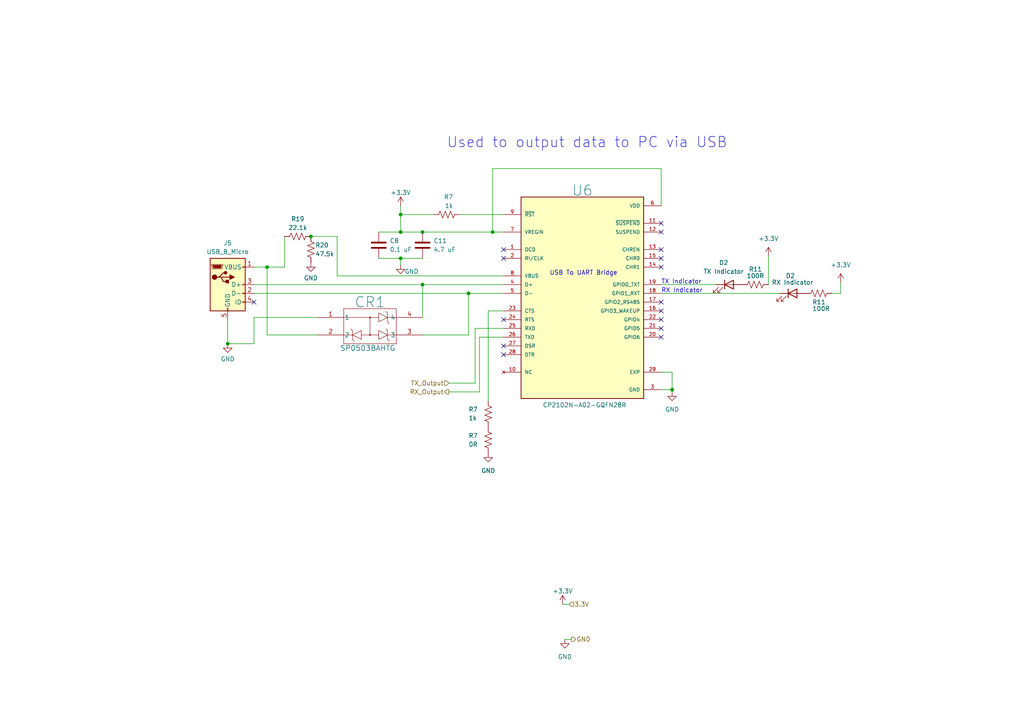
<source format=kicad_sch>
(kicad_sch (version 20230121) (generator eeschema)
  (paper "A4")
  (title_block (title "Smart Pot") (date "2023-10-29") (rev "0.1") (company "blame- satomm@stanford.edu") (comment 1 "Stanford, CA 94305-9505") (comment 2 "350 Jane Stanford Way") (comment 3 "Electrical Engineering Department") (comment 4 "EE 256 / Stanford University"))
  (lib_symbols
    (symbol "Connector:USB_B_Micro" (pin_names (offset 1.016))
      (property "Reference" "J5" (at 0 12.065 0))
      (property "Value" "USB_B_Micro" (at 0 9.525 0))
      (symbol "USB_B_Micro_0_1"
        (rectangle (start -5.08 -7.62) (end 5.08 7.62) (stroke (width 0.254)) (fill (type background)))
        (circle (center -3.81 2.159) (radius 0.635) (stroke (width 0.254)) (fill (type outline)))
        (circle (center -0.635 3.429) (radius 0.381) (stroke (width 0.254)) (fill (type outline)))
        (rectangle (start -0.127 -7.62) (end 0.127 -6.858))
        (polyline (pts (xy -1.905 2.159) (xy 0.635 2.159)) (stroke (width 0.254)))
        (polyline (pts (xy -3.175 2.159) (xy -2.54 2.159) (xy -1.27 3.429) (xy -0.635 3.429)) (stroke (width 0.254)))
        (polyline (pts (xy -2.54 2.159) (xy -1.905 2.159) (xy -1.27 0.889) (xy 0 0.889)) (stroke (width 0.254)))
        (polyline (pts (xy 0.635 2.794) (xy 0.635 1.524) (xy 1.905 2.159) (xy 0.635 2.794)) (stroke (width 0.254)) (fill (type outline)))
        (polyline (pts (xy -4.318 5.588) (xy -1.778 5.588) (xy -2.032 4.826) (xy -4.064 4.826) (xy -4.318 5.588)) (fill (type outline)))
        (polyline (pts (xy -4.699 5.842) (xy -4.699 5.588) (xy -4.445 4.826) (xy -4.445 4.572) (xy -1.651 4.572) (xy -1.651 4.826) (xy -1.397 5.588) (xy -1.397 5.842) (xy -4.699 5.842)))
        (rectangle (start 0.254 1.27) (end -0.508 0.508) (stroke (width 0.254)) (fill (type outline)))
        (rectangle (start 5.08 -5.207) (end 4.318 -4.953))
        (rectangle (start 5.08 -2.667) (end 4.318 -2.413))
        (rectangle (start 5.08 -0.127) (end 4.318 0.127))
        (rectangle (start 5.08 4.953) (end 4.318 5.207))
      )
      (symbol "USB_B_Micro_1_1"
        (pin power_out line (at 7.62 5.08 180) (length 2.54) (name "VBUS") (number "1"))
        (pin bidirectional line (at 7.62 -2.54 180) (length 2.54) (name "D-") (number "2"))
        (pin bidirectional line (at 7.62 0 180) (length 2.54) (name "D+") (number "3"))
        (pin passive line (at 7.62 -5.08 180) (length 2.54) (name "ID") (number "4"))
        (pin passive line (at 0 -10.16 90) (length 2.54) (name "GND") (number "5"))
      )
    )
    (symbol "Device:C" (pin_numbers hide) (pin_names (offset 0.254))
      (property "Reference" "C" (at 0.635 2.54 0))
      (property "Value" "C" (at 0.635 -2.54 0))
      (symbol "C_0_1"
        (polyline (pts (xy -2.032 -0.762) (xy 2.032 -0.762)) (stroke (width 0.508)))
        (polyline (pts (xy -2.032 0.762) (xy 2.032 0.762)) (stroke (width 0.508)))
      )
      (symbol "C_1_1"
        (pin passive line (at 0 3.81 270) (length 2.794) (name "~") (number "1"))
        (pin passive line (at 0 -3.81 90) (length 2.794) (name "~") (number "2"))
      )
    )
    (symbol "Device:LED" (pin_numbers hide) (pin_names (offset 1.016) hide)
      (property "Reference" "D" (at 0 2.54 0))
      (property "Value" "LED" (at 0 -2.54 0))
      (symbol "LED_0_1"
        (polyline (pts (xy -1.27 -1.27) (xy -1.27 1.27)) (stroke (width 0.254)))
        (polyline (pts (xy -1.27 0) (xy 1.27 0)))
        (polyline (pts (xy 1.27 -1.27) (xy 1.27 1.27) (xy -1.27 0) (xy 1.27 -1.27)) (stroke (width 0.254)))
        (polyline (pts (xy -3.048 -0.762) (xy -4.572 -2.286) (xy -3.81 -2.286) (xy -4.572 -2.286) (xy -4.572 -1.524)))
        (polyline (pts (xy -1.778 -0.762) (xy -3.302 -2.286) (xy -2.54 -2.286) (xy -3.302 -2.286) (xy -3.302 -1.524)))
      )
      (symbol "LED_1_1"
        (pin passive line (at -3.81 0 0) (length 2.54) (name "K") (number "1"))
        (pin passive line (at 3.81 0 180) (length 2.54) (name "A") (number "2"))
      )
    )
    (symbol "Device:R_US" (pin_numbers hide) (pin_names (offset 0))
      (property "Reference" "R" (at 2.54 0 90))
      (property "Value" "R_US" (at -2.54 0 90))
      (symbol "R_US_0_1"
        (polyline (pts (xy 0 -2.286) (xy 0 -2.54)))
        (polyline (pts (xy 0 2.286) (xy 0 2.54)))
        (polyline (pts (xy 0 -0.762) (xy 1.016 -1.143) (xy 0 -1.524) (xy -1.016 -1.905) (xy 0 -2.286)))
        (polyline (pts (xy 0 0.762) (xy 1.016 0.381) (xy 0 0) (xy -1.016 -0.381) (xy 0 -0.762)))
        (polyline (pts (xy 0 2.286) (xy 1.016 1.905) (xy 0 1.524) (xy -1.016 1.143) (xy 0 0.762)))
      )
      (symbol "R_US_1_1"
        (pin passive line (at 0 3.81 270) (length 1.27) (name "~") (number "1"))
        (pin passive line (at 0 -3.81 90) (length 1.27) (name "~") (number "2"))
      )
    )
    (symbol "Matts_Library:CP2102N-A02-GQFN28R" (pin_names (offset 1.016))
      (property "Reference" "U" (at -17.78 28.702 0))
      (property "Value" "CP2102N-A02-GQFN28R" (at -17.78 -33.02 0))
      (symbol "CP2102N-A02-GQFN28R_0_0"
        (rectangle (start -17.78 -30.48) (end 17.78 27.94) (stroke (width 0.254)) (fill (type background)))
        (pin input line (at -22.86 12.7 0) (length 5.08) (name "DCD") (number "1"))
        (pin no_connect line (at -22.86 -22.86 0) (length 5.08) (name "NC") (number "10"))
        (pin output line (at 22.86 20.32 180) (length 5.08) (name "~{SUSPEND}") (number "11"))
        (pin output line (at 22.86 17.78 180) (length 5.08) (name "SUSPEND") (number "12"))
        (pin output line (at 22.86 12.7 180) (length 5.08) (name "CHREN") (number "13"))
        (pin output line (at 22.86 7.62 180) (length 5.08) (name "CHR1") (number "14"))
        (pin output line (at 22.86 10.16 180) (length 5.08) (name "CHR0") (number "15"))
        (pin bidirectional line (at 22.86 -5.08 180) (length 5.08) (name "GPIO3_WAKEUP") (number "16"))
        (pin bidirectional line (at 22.86 -2.54 180) (length 5.08) (name "GPIO2_RS485") (number "17"))
        (pin bidirectional line (at 22.86 0 180) (length 5.08) (name "GPIO1_RXT") (number "18"))
        (pin bidirectional line (at 22.86 2.54 180) (length 5.08) (name "GPIO0_TXT") (number "19"))
        (pin bidirectional line (at -22.86 10.16 0) (length 5.08) (name "RI/CLK") (number "2"))
        (pin bidirectional line (at 22.86 -12.7 180) (length 5.08) (name "GPIO6") (number "20"))
        (pin bidirectional line (at 22.86 -10.16 180) (length 5.08) (name "GPIO5") (number "21"))
        (pin bidirectional line (at 22.86 -7.62 180) (length 5.08) (name "GPIO4") (number "22"))
        (pin input line (at -22.86 -5.08 0) (length 5.08) (name "CTS") (number "23"))
        (pin output line (at -22.86 -7.62 0) (length 5.08) (name "RTS") (number "24"))
        (pin input line (at -22.86 -10.16 0) (length 5.08) (name "RXD") (number "25"))
        (pin output line (at -22.86 -12.7 0) (length 5.08) (name "TXD") (number "26"))
        (pin input line (at -22.86 -15.24 0) (length 5.08) (name "DSR") (number "27"))
        (pin output line (at -22.86 -17.78 0) (length 5.08) (name "DTR") (number "28"))
        (pin power_in line (at 22.86 -22.86 180) (length 5.08) (name "EXP") (number "29"))
        (pin power_in line (at 22.86 -27.94 180) (length 5.08) (name "GND") (number "3"))
        (pin bidirectional line (at -22.86 2.54 0) (length 5.08) (name "D+") (number "4"))
        (pin bidirectional line (at -22.86 0 0) (length 5.08) (name "D-") (number "5"))
        (pin power_in line (at 22.86 25.4 180) (length 5.08) (name "VDD") (number "6"))
        (pin input line (at -22.86 17.78 0) (length 5.08) (name "VREGIN") (number "7"))
        (pin input line (at -22.86 5.08 0) (length 5.08) (name "VBUS") (number "8"))
        (pin input line (at -22.86 22.86 0) (length 5.08) (name "~{RST}") (number "9"))
      )
    )
    (symbol "Matts_Library:SP0503BAHTG" (pin_names (offset 0.254))
      (property "Reference" "CR" (at 15.24 7.62 0))
      (property "Value" "SP0503BAHTG" (at 15.24 5.08 0))
      (symbol "SP0503BAHTG_0_1"
        (polyline (pts (xy 7.62 -7.62) (xy 22.86 -7.62)) (stroke (width 0.127)))
        (polyline (pts (xy 7.62 -5.08) (xy 10.16 -5.08)) (stroke (width 0.127)))
        (polyline (pts (xy 7.62 0) (xy 17.78 0)) (stroke (width 0.127)))
        (polyline (pts (xy 7.62 2.54) (xy 7.62 -7.62)) (stroke (width 0.127)))
        (polyline (pts (xy 10.16 -6.35) (xy 10.668 -6.858)) (stroke (width 0.127)))
        (polyline (pts (xy 10.16 -5.08) (xy 12.7 -3.81)) (stroke (width 0.127)))
        (polyline (pts (xy 10.16 -3.81) (xy 9.652 -3.302)) (stroke (width 0.127)))
        (polyline (pts (xy 10.16 -3.81) (xy 10.16 -6.35)) (stroke (width 0.127)))
        (polyline (pts (xy 12.7 -6.35) (xy 10.16 -5.08)) (stroke (width 0.127)))
        (polyline (pts (xy 12.7 -5.08) (xy 17.78 -5.08)) (stroke (width 0.127)))
        (polyline (pts (xy 12.7 -3.81) (xy 12.7 -6.35)) (stroke (width 0.127)))
        (polyline (pts (xy 15.24 0) (xy 15.24 -5.08)) (stroke (width 0.127)))
        (polyline (pts (xy 17.78 -6.35) (xy 20.32 -5.08)) (stroke (width 0.127)))
        (polyline (pts (xy 17.78 -3.81) (xy 17.78 -6.35)) (stroke (width 0.127)))
        (polyline (pts (xy 17.78 -1.27) (xy 20.32 0)) (stroke (width 0.127)))
        (polyline (pts (xy 17.78 1.27) (xy 17.78 -1.27)) (stroke (width 0.127)))
        (polyline (pts (xy 20.32 -6.35) (xy 20.828 -6.858)) (stroke (width 0.127)))
        (polyline (pts (xy 20.32 -5.08) (xy 17.78 -3.81)) (stroke (width 0.127)))
        (polyline (pts (xy 20.32 -3.81) (xy 19.812 -3.302)) (stroke (width 0.127)))
        (polyline (pts (xy 20.32 -3.81) (xy 20.32 -6.35)) (stroke (width 0.127)))
        (polyline (pts (xy 20.32 -1.27) (xy 20.828 -1.778)) (stroke (width 0.127)))
        (polyline (pts (xy 20.32 0) (xy 17.78 1.27)) (stroke (width 0.127)))
        (polyline (pts (xy 20.32 0) (xy 22.86 0)) (stroke (width 0.127)))
        (polyline (pts (xy 20.32 1.27) (xy 19.812 1.778)) (stroke (width 0.127)))
        (polyline (pts (xy 20.32 1.27) (xy 20.32 -1.27)) (stroke (width 0.127)))
        (polyline (pts (xy 22.86 -7.62) (xy 22.86 2.54)) (stroke (width 0.127)))
        (polyline (pts (xy 22.86 -5.08) (xy 20.32 -5.08)) (stroke (width 0.127)))
        (polyline (pts (xy 22.86 2.54) (xy 7.62 2.54)) (stroke (width 0.127)))
        (circle (center 15.24 -5.08) (radius 0.127) (stroke (width 0.254)))
        (circle (center 15.24 0) (radius 0.127) (stroke (width 0.254)))
      )
      (symbol "SP0503BAHTG_1_1"
        (pin passive line (at 0 0 0) (length 7.62) (name "1") (number "1"))
        (pin passive line (at 0 -5.08 0) (length 7.62) (name "2") (number "2"))
        (pin passive line (at 30.48 -5.08 180) (length 7.62) (name "3") (number "3"))
        (pin passive line (at 30.48 0 180) (length 7.62) (name "4") (number "4"))
      )
    )
    (symbol "power:+3.3V" (power) (pin_names (offset 0))
      (property "Value" "+3.3V" (at 0 3.556 0))
      (symbol "+3.3V_0_1"
        (polyline (pts (xy -0.762 1.27) (xy 0 2.54)))
        (polyline (pts (xy 0 0) (xy 0 2.54)))
        (polyline (pts (xy 0 2.54) (xy 0.762 1.27)))
      )
      (symbol "+3.3V_1_1"
        (pin power_in line (at 0 0 90) (length 0) hide (name "+3.3V") (number "1"))
      )
    )
    (symbol "power:GND" (power) (pin_names (offset 0))
      (property "Value" "GND" (at 0 -3.81 0))
      (symbol "GND_0_1"
        (polyline (pts (xy 0 0) (xy 0 -1.27) (xy 1.27 -1.27) (xy 0 -2.54) (xy -1.27 -1.27) (xy 0 -1.27)))
      )
      (symbol "GND_1_1"
        (pin power_in line (at 0 0 270) (length 0) hide (name "GND") (number "1"))
      )
    )
  )
  (junction (at 122.555 67.31))
  (junction (at 122.555 82.55))
  (junction (at 90.17 68.58))
  (junction (at 116.205 67.31))
  (junction (at 116.205 62.23))
  (junction (at 135.89 85.09))
  (junction (at 194.945 113.03))
  (junction (at 116.205 74.93))
  (junction (at 66.04 99.695))
  (junction (at 77.47 77.47))
  (junction (at 142.875 67.31))
  (no_connect (at 146.05 102.87))
  (no_connect (at 191.77 97.79))
  (no_connect (at 146.05 72.39))
  (no_connect (at 191.77 87.63))
  (no_connect (at 191.77 72.39))
  (no_connect (at 191.77 95.25))
  (no_connect (at 191.77 92.71))
  (no_connect (at 191.77 77.47))
  (no_connect (at 146.05 92.71))
  (no_connect (at 191.77 64.77))
  (no_connect (at 191.77 90.17))
  (no_connect (at 191.77 74.93))
  (no_connect (at 191.77 67.31))
  (no_connect (at 146.05 74.93))
  (no_connect (at 73.66 87.63))
  (no_connect (at 146.05 100.33))
  (wire (pts (xy 194.945 107.95) (xy 194.945 113.03)))
  (wire (pts (xy 73.66 77.47) (xy 77.47 77.47)))
  (wire (pts (xy 133.35 62.23) (xy 146.05 62.23)))
  (wire (pts (xy 82.55 77.47) (xy 82.55 68.58)))
  (wire (pts (xy 116.205 62.23) (xy 116.205 67.31)))
  (wire (pts (xy 241.3 85.09) (xy 243.84 85.09)))
  (wire (pts (xy 191.77 48.895) (xy 142.875 48.895)))
  (wire (pts (xy 109.855 74.93) (xy 116.205 74.93)))
  (wire (pts (xy 97.79 80.01) (xy 97.79 68.58)))
  (wire (pts (xy 116.205 67.31) (xy 122.555 67.31)))
  (wire (pts (xy 116.205 76.835) (xy 116.205 74.93)))
  (wire (pts (xy 163.83 185.42) (xy 165.735 185.42)))
  (wire (pts (xy 116.205 59.69) (xy 116.205 62.23)))
  (wire (pts (xy 66.04 92.71) (xy 66.04 99.695)))
  (wire (pts (xy 191.77 82.55) (xy 207.645 82.55)))
  (wire (pts (xy 146.05 97.79) (xy 139.065 97.79)))
  (wire (pts (xy 139.065 97.79) (xy 139.065 113.665)))
  (wire (pts (xy 122.555 67.31) (xy 142.875 67.31)))
  (wire (pts (xy 163.195 175.26) (xy 165.1 175.26)))
  (wire (pts (xy 77.47 97.155) (xy 77.47 77.47)))
  (wire (pts (xy 191.77 59.69) (xy 191.77 48.895)))
  (wire (pts (xy 66.04 99.695) (xy 73.66 99.695)))
  (wire (pts (xy 116.205 74.93) (xy 122.555 74.93)))
  (wire (pts (xy 130.175 111.125) (xy 137.795 111.125)))
  (wire (pts (xy 73.66 85.09) (xy 135.89 85.09)))
  (wire (pts (xy 191.77 85.09) (xy 226.06 85.09)))
  (wire (pts (xy 116.205 62.23) (xy 125.73 62.23)))
  (wire (pts (xy 109.855 67.31) (xy 116.205 67.31)))
  (wire (pts (xy 73.66 82.55) (xy 122.555 82.55)))
  (wire (pts (xy 77.47 97.155) (xy 92.075 97.155)))
  (wire (pts (xy 122.555 97.155) (xy 135.89 97.155)))
  (wire (pts (xy 137.795 111.125) (xy 137.795 95.25)))
  (wire (pts (xy 146.05 90.17) (xy 141.605 90.17)))
  (wire (pts (xy 135.89 85.09) (xy 146.05 85.09)))
  (wire (pts (xy 243.84 85.09) (xy 243.84 81.915)))
  (wire (pts (xy 77.47 77.47) (xy 82.55 77.47)))
  (wire (pts (xy 97.79 68.58) (xy 90.17 68.58)))
  (wire (pts (xy 191.77 113.03) (xy 194.945 113.03)))
  (wire (pts (xy 141.605 90.17) (xy 141.605 116.205)))
  (wire (pts (xy 191.77 107.95) (xy 194.945 107.95)))
  (wire (pts (xy 122.555 82.55) (xy 122.555 92.075)))
  (wire (pts (xy 222.885 74.295) (xy 222.885 82.55)))
  (wire (pts (xy 142.875 67.31) (xy 146.05 67.31)))
  (wire (pts (xy 142.875 48.895) (xy 142.875 67.31)))
  (wire (pts (xy 73.66 92.075) (xy 92.075 92.075)))
  (wire (pts (xy 122.555 82.55) (xy 146.05 82.55)))
  (wire (pts (xy 73.66 92.075) (xy 73.66 99.695)))
  (wire (pts (xy 146.05 80.01) (xy 97.79 80.01)))
  (wire (pts (xy 135.89 85.09) (xy 135.89 97.155)))
  (wire (pts (xy 194.945 113.03) (xy 194.945 113.665)))
  (wire (pts (xy 137.795 95.25) (xy 146.05 95.25)))
  (wire (pts (xy 139.065 113.665) (xy 130.175 113.665)))
  (text "RX Indicator" (at 191.77 85.09 0) (effects (font (size 1.27 1.27)) (justify left bottom)))
  (text "TX Indicator" (at 191.77 82.55 0) (effects (font (size 1.27 1.27)) (justify left bottom)))
  (text "USB To UART Bridge" (at 159.385 80.01 0) (effects (font (size 1.27 1.27)) (justify left bottom)))
  (text "Used to output data to PC via USB" (at 129.54 43.18 0) (effects (font (size 3 3)) (justify left bottom)))
  (hierarchical_label "3.3V" (shape input) (at 165.1 175.26 0))
  (hierarchical_label "RX_Output" (shape output) (at 130.175 113.665 180))
  (hierarchical_label "GND" (shape output) (at 165.735 185.42 0))
  (hierarchical_label "TX_Output" (shape input) (at 130.175 111.125 180))
  (symbol (lib_id "power:GND") (at 90.17 76.2 0) (unit 1)
    (property "Reference" "#PWR018" (effects hide))
    (property "Value" "GND" (at 90.17 80.645 0))
    (instances (project "Deliverable4_schematics" (path "" (reference "#PWR018") (unit 1)) (path "" (reference "#PWR065") (unit 1))))
  )
  (symbol (lib_id "power:GND") (at 141.605 131.445 0) (unit 1)
    (property "Reference" "#PWR05" (effects hide))
    (property "Value" "GND" (at 141.605 136.525 0))
    (instances (project "Deliverable4_schematics" (path "" (reference "#PWR05") (unit 1)) (path "" (reference "#PWR07") (unit 1)) (path "" (reference "#PWR068") (unit 1))))
  )
  (symbol (lib_id "Device:LED") (at 229.87 85.09 0) (unit 1)
    (property "Reference" "D2" (at 229.235 80.01 0))
    (property "Value" "RX Indicator" (at 229.87 81.915 0))
    (property "Footprint" "LED_SMD:LED_0805_2012Metric_Pad1.15x1.40mm_HandSolder" (effects hide))
    (property "Datasheet" "https://www.we-online.com/katalog/datasheet/150080RS75000.pdf" (effects hide))
    (property "Description" "LED RED CLEAR 0805 SMD" (effects hide))
    (property "Mfr" "Würth Elektronik" (effects hide))
    (property "Mfr P/N" "150080RS75000" (effects hide))
    (property "Supplier 1" "DigiKey" (effects hide))
    (property "Supplier 1 P/N" "732-4984-1-ND" (effects hide))
    (instances (project "Deliverable4_schematics" (path "" (reference "D2") (unit 1)) (path "" (reference "D4") (unit 1)) (path "" (reference "D5") (unit 1))))
  )
  (symbol (lib_id "Device:R_US") (at 141.605 120.015 0) (unit 1)
    (property "Reference" "R7" (at 135.89 118.745 0) (effects (justify left)))
    (property "Value" "1k" (at 135.89 121.285 0) (effects (justify left)))
    (property "Footprint" "Resistor_SMD:R_0805_2012Metric_Pad1.20x1.40mm_HandSolder" (effects hide))
    (property "Datasheet" "https://www.seielect.com/catalog/sei-rmcf_rmcp.pdf" (effects hide))
    (property "Description" "RES 1K OHM 1% 1/8W 0805" (effects hide))
    (property "Mfr" "Stackpole Electronics Inc" (effects hide))
    (property "Mfr P/N" "RMCF0805FT1K00" (effects hide))
    (property "Supplier 1" "DigiKey" (effects hide))
    (property "Supplier 1 P/N" "RMCF0805FT1K00CT-ND" (effects hide))
    (instances (project "Deliverable4_schematics" (path "" (reference "R7") (unit 1)) (path "" (reference "R19") (unit 1)) (path "" (reference "R22") (unit 1))))
  )
  (symbol (lib_id "Device:R_US") (at 129.54 62.23 90) (unit 1)
    (property "Reference" "R7" (at 131.445 57.15 90) (effects (justify left)))
    (property "Value" "1k" (at 131.445 59.69 90) (effects (justify left)))
    (property "Footprint" "Resistor_SMD:R_0805_2012Metric_Pad1.20x1.40mm_HandSolder" (effects hide))
    (property "Datasheet" "https://www.seielect.com/catalog/sei-rmcf_rmcp.pdf" (effects hide))
    (property "Description" "RES 1K OHM 1% 1/8W 0805" (effects hide))
    (property "Mfr" "Stackpole Electronics Inc" (effects hide))
    (property "Mfr P/N" "RMCF0805FT1K00" (effects hide))
    (property "Supplier 1" "DigiKey" (effects hide))
    (property "Supplier 1 P/N" "RMCF0805FT1K00CT-ND" (effects hide))
    (instances (project "Deliverable4_schematics" (path "" (reference "R7") (unit 1)) (path "" (reference "R19") (unit 1)) (path "" (reference "R21") (unit 1))))
  )
  (symbol (lib_id "Device:C") (at 109.855 71.12 0) (unit 1)
    (property "Reference" "C8" (at 113.03 69.85 0) (effects (justify left)))
    (property "Value" "0.1 uF" (at 113.03 72.39 0) (effects (justify left)))
    (property "Footprint" "Capacitor_SMD:C_0805_2012Metric_Pad1.18x1.45mm_HandSolder" (effects hide))
    (property "Datasheet" "https://mm.digikey.com/Volume0/opasdata/d220001/medias/docus/609/CL21B104KBCNNN_Spec.pdf" (effects hide))
    (property "Description" "CAP CER 0.1UF 50V X7R 0805" (effects hide))
    (property "Mfr" "Samsung Electro-Mechanics" (effects hide))
    (property "Mfr P/N" "CL21B104KBCNNNC" (effects hide))
    (property "Supplier 1" "DigiKey" (effects hide))
    (property "Supplier 1 P/N" "1276-1003-1-ND" (effects hide))
    (instances (project "Deliverable4_schematics" (path "" (reference "C8") (unit 1)) (path "" (reference "C14") (unit 1)) (path "" (reference "C18") (unit 1))))
  )
  (symbol (lib_id "Device:R_US") (at 141.605 127.635 0) (unit 1)
    (property "Reference" "R7" (at 135.89 126.365 0) (effects (justify left)))
    (property "Value" "0R" (at 135.89 128.905 0) (effects (justify left)))
    (property "Footprint" "Resistor_SMD:R_0805_2012Metric_Pad1.20x1.40mm_HandSolder" (effects hide))
    (property "Datasheet" "https://www.seielect.com/catalog/sei-rmcf_rmcp.pdf" (effects hide))
    (property "Description" "RES 0 OHM JUMPER 1/8W 0805" (effects hide))
    (property "Mfr" "Stackpole Electronics Inc" (effects hide))
    (property "Mfr P/N" "RMCF0805ZT0R00" (effects hide))
    (property "Supplier 1" "DigiKey" (effects hide))
    (property "Supplier 1 P/N" "RMCF0805ZT0R00CT-ND" (effects hide))
    (instances (project "Deliverable4_schematics" (path "" (reference "R7") (unit 1)) (path "" (reference "R19") (unit 1)) (path "" (reference "R23") (unit 1))))
  )
  (symbol (lib_id "Device:LED") (at 211.455 82.55 0) (unit 1)
    (property "Reference" "D2" (at 209.8675 76.2 0))
    (property "Value" "TX Indicator" (at 209.8675 78.74 0))
    (property "Footprint" "LED_SMD:LED_0805_2012Metric_Pad1.15x1.40mm_HandSolder" (effects hide))
    (property "Datasheet" "https://www.we-online.com/katalog/datasheet/150080RS75000.pdf" (effects hide))
    (property "Description" "LED RED CLEAR 0805 SMD" (effects hide))
    (property "Mfr" "Würth Elektronik" (effects hide))
    (property "Mfr P/N" "150080RS75000" (effects hide))
    (property "Supplier 1" "DigiKey" (effects hide))
    (property "Supplier 1 P/N" "732-4984-1-ND" (effects hide))
    (instances (project "Deliverable4_schematics" (path "" (reference "D2") (unit 1)) (path "" (reference "D4") (unit 1)) (path "" (reference "D4") (unit 1))))
  )
  (symbol (lib_id "power:GND") (at 66.04 99.695 0) (unit 1)
    (property "Reference" "#PWR018" (effects hide))
    (property "Value" "GND" (at 66.04 104.14 0))
    (instances (project "Deliverable4_schematics" (path "" (reference "#PWR018") (unit 1)) (path "" (reference "#PWR064") (unit 1))))
  )
  (symbol (lib_id "Device:R_US") (at 86.36 68.58 90) (unit 1)
    (property "Reference" "R19" (at 86.36 63.5 90))
    (property "Value" "22.1k" (at 86.36 66.04 90))
    (property "Footprint" "Resistor_SMD:R_0805_2012Metric_Pad1.20x1.40mm_HandSolder" (effects hide))
    (property "Datasheet" "https://www.seielect.com/catalog/sei-rmcf_rmcp.pdf" (effects hide))
    (property "Description" "RES 22.1K OHM 1% 1/8W 0805" (effects hide))
    (property "Mfr" "Stackpole Electronics Inc" (effects hide))
    (property "Mfr P/N" "RMCF0805FT22K1" (effects hide))
    (property "Supplier 1" "DigiKey" (effects hide))
    (property "Supplier 1 P/N" "RMCF0805FT22K1CT-ND" (effects hide))
  )
  (symbol (lib_id "Device:R_US") (at 237.49 85.09 270) (unit 1)
    (property "Reference" "R11" (at 235.585 87.63 90) (effects (justify left)))
    (property "Value" "100R" (at 235.585 89.535 90) (effects (justify left)))
    (property "Footprint" "Resistor_SMD:R_0805_2012Metric_Pad1.20x1.40mm_HandSolder" (effects hide))
    (property "Datasheet" "https://mm.digikey.com/Volume0/opasdata/d220001/medias/docus/39/RC_Series_ds.pdf" (effects hide))
    (property "Description" "RES SMD 100 OHM 5% 1/8W 0805" (effects hide))
    (property "Mfr" "Samsung Electro-Mechanics" (effects hide))
    (property "Mfr P/N" "RC2012J101CS" (effects hide))
    (property "Supplier 1" "DigiKey" (effects hide))
    (property "Supplier 1 P/N" "1276-5508-1-ND" (effects hide))
    (instances (project "Deliverable4_schematics" (path "" (reference "R11") (unit 1)) (path "" (reference "R21") (unit 1)) (path "" (reference "R26") (unit 1))))
  )
  (symbol (lib_id "Matts_Library:SP0503BAHTG") (at 92.075 92.075 0) (unit 1)
    (property "Reference" "CR1" (at 107.315 87.63 0) (effects (font (size 3 3))))
    (property "Value" "SP0503BAHTG" (at 106.68 100.965 0) (effects (font (size 1.524 1.524))))
    (property "Footprint" "MattsLibrary:TVS-SP05_LTF-M" (effects hide))
    (property "Datasheet" "https://www.littelfuse.com/~/media/electronics/datasheets/tvs_diode_arrays/littelfuse_tvs_diode_array_sp05_datasheet.pdf.pdf" (effects hide))
    (property "Description" "TVS DIODE 5.5VWM 8.5VC SOT143-4" (effects hide))
    (property "Mfr" "Littelfuse Inc." (effects hide))
    (property "Mfr P/N" "SP0503BAHTG" (effects hide))
    (property "Supplier 1" "DigiKey" (effects hide))
    (property "Supplier 1 P/N" "F2715CT-ND" (effects hide))
    (instances (project "Deliverable4_schematics" (path "" (reference "CR1") (unit 1)) (path "" (reference "CR2") (unit 1))))
  )
  (symbol (lib_id "power:+3.3V") (at 163.195 175.26 0) (unit 1)
    (property "Reference" "#PWR038" (effects hide))
    (property "Value" "+3.3V" (at 163.195 171.45 0))
    (instances (project "Deliverable4_schematics" (path "" (reference "#PWR038") (unit 1)) (path "" (reference "#PWR073") (unit 1))))
  )
  (symbol (lib_id "power:GND") (at 163.83 185.42 0) (unit 1)
    (property "Reference" "#PWR05" (effects hide))
    (property "Value" "GND" (at 163.83 190.5 0))
    (instances (project "Deliverable4_schematics" (path "" (reference "#PWR05") (unit 1)) (path "" (reference "#PWR074") (unit 1))))
  )
  (symbol (lib_id "power:GND") (at 194.945 113.665 0) (unit 1)
    (property "Reference" "#PWR05" (effects hide))
    (property "Value" "GND" (at 194.945 118.745 0))
    (instances (project "Deliverable4_schematics" (path "" (reference "#PWR05") (unit 1)) (path "" (reference "#PWR07") (unit 1)) (path "" (reference "#PWR069") (unit 1))))
  )
  (symbol (lib_id "Connector:USB_B_Micro") (at 66.04 82.55 0) (unit 1)
    (property "Reference" "J5" (at 66.04 70.485 0))
    (property "Value" "USB_B_Micro" (at 66.04 73.025 0))
    (property "Footprint" "MattsLibrary:AMPHENOL_10118193-0001LF" (effects hide))
    (property "Datasheet" "https://cdn.amphenol-cs.com/media/wysiwyg/files/documentation/datasheet/inputoutput/io_usb_micro.pdf" (effects hide))
    (property "Description" "CONN RCPT USB2.0 MICRO B SMD R/A" (effects hide))
    (property "Mfr" "Amphenol ICC (FCI)" (effects hide))
    (property "Mfr P/N" "10118193-0001LF" (effects hide))
    (property "Supplier 1" "DigiKey" (effects hide))
    (property "Supplier 1 P/N" "609-4616-1-ND" (effects hide))
    (instances (project "Deliverable4_schematics" (path "" (reference "J5") (unit 1)) (path "" (reference "J3") (unit 1)) (path "" (reference "J9") (unit 1))))
  )
  (symbol (lib_id "Device:R_US") (at 219.075 82.55 270) (unit 1)
    (property "Reference" "R11" (at 217.17 78.105 90) (effects (justify left)))
    (property "Value" "100R" (at 216.535 80.01 90) (effects (justify left)))
    (property "Footprint" "Resistor_SMD:R_0805_2012Metric_Pad1.20x1.40mm_HandSolder" (effects hide))
    (property "Datasheet" "https://mm.digikey.com/Volume0/opasdata/d220001/medias/docus/39/RC_Series_ds.pdf" (effects hide))
    (property "Description" "RES SMD 100 OHM 5% 1/8W 0805" (effects hide))
    (property "Mfr" "Samsung Electro-Mechanics" (effects hide))
    (property "Mfr P/N" "RC2012J101CS" (effects hide))
    (property "Supplier 1" "DigiKey" (effects hide))
    (property "Supplier 1 P/N" "1276-5508-1-ND" (effects hide))
    (instances (project "Deliverable4_schematics" (path "" (reference "R11") (unit 1)) (path "" (reference "R20") (unit 1)) (path "" (reference "R25") (unit 1))))
  )
  (symbol (lib_id "power:+3.3V") (at 116.205 59.69 0) (unit 1)
    (property "Reference" "#PWR067" (effects hide))
    (property "Value" "+3.3V" (at 116.205 55.88 0))
    (instances (project "Deliverable4_schematics" (path "" (reference "#PWR067") (unit 1)) (path "" (reference "#PWR066") (unit 1))))
  )
  (symbol (lib_id "power:GND") (at 116.205 76.835 0) (unit 1)
    (property "Reference" "#PWR018" (effects hide))
    (property "Value" "GND" (at 119.38 78.74 0))
    (instances (project "Deliverable4_schematics" (path "" (reference "#PWR018") (unit 1)) (path "" (reference "#PWR067") (unit 1))))
  )
  (symbol (lib_id "Matts_Library:CP2102N-A02-GQFN28R") (at 168.91 85.09 0) (unit 1)
    (property "Reference" "U6" (at 168.91 55.245 0) (effects (font (size 3 3))))
    (property "Value" "CP2102N-A02-GQFN28R" (at 169.545 117.475 0))
    (property "Footprint" "MattsLibrary:CP2102-28__IC_CP2102N-A02-GQFN28R" (effects hide))
    (property "Datasheet" "https://www.silabs.com/documents/public/data-sheets/cp2102n-datasheet.pdf" (effects hide))
    (property "Description" "IC USB TO UART BRIDGE QFN28" (effects hide))
    (property "Mfr" "Silicon Labs" (effects hide))
    (property "Mfr P/N" "CP2102N-A02-GQFN28R" (effects hide))
    (property "Supplier 1" "DigiKey" (effects hide))
    (property "Supplier 1 P/N" "336-5890-1-ND" (effects hide))
  )
  (symbol (lib_id "Device:R_US") (at 90.17 72.39 180) (unit 1)
    (property "Reference" "R20" (at 91.44 71.12 0) (effects (justify right)))
    (property "Value" "47.5k" (at 91.44 73.66 0) (effects (justify right)))
    (property "Footprint" "Resistor_SMD:R_0805_2012Metric_Pad1.20x1.40mm_HandSolder" (effects hide))
    (property "Datasheet" "https://www.seielect.com/catalog/sei-rmcf_rmcp.pdf" (effects hide))
    (property "Description" "RES 47.5K OHM 1% 1/8W 0805" (effects hide))
    (property "Mfr" "Stackpole Electronics Inc" (effects hide))
    (property "Mfr P/N" "RMCF0805FT47K5" (effects hide))
    (property "Supplier 1" "DigiKey" (effects hide))
    (property "Supplier 1 P/N" "RMCF0805FT47K5CT-ND" (effects hide))
  )
  (symbol (lib_id "Device:C") (at 122.555 71.12 0) (unit 1)
    (property "Reference" "C11" (at 125.73 69.85 0) (effects (justify left)))
    (property "Value" "4.7 uF" (at 125.73 72.39 0) (effects (justify left)))
    (property "Footprint" "Capacitor_SMD:C_0805_2012Metric_Pad1.18x1.45mm_HandSolder" (effects hide))
    (property "Datasheet" "https://mm.digikey.com/Volume0/opasdata/d220001/medias/docus/609/CL21B104KBCNNN_Spec.pdf" (effects hide))
    (property "Description" "CAP CER 0.1UF 50V X7R 0805" (effects hide))
    (property "Mfr" "Samsung Electro-Mechanics" (effects hide))
    (property "Mfr P/N" "CL21B104KBCNNNC" (effects hide))
    (property "Supplier 1" "DigiKey" (effects hide))
    (property "Supplier 1 P/N" "1276-1003-1-ND" (effects hide))
    (instances (project "Deliverable4_schematics" (path "" (reference "C11") (unit 1)) (path "" (reference "C15") (unit 1)) (path "" (reference "C19") (unit 1))))
  )
  (symbol (lib_id "power:+3.3V") (at 222.885 74.295 0) (unit 1)
    (property "Reference" "#PWR065" (effects hide))
    (property "Value" "+3.3V" (at 222.885 69.215 0))
    (instances (project "Deliverable4_schematics" (path "" (reference "#PWR065") (unit 1)) (path "" (reference "#PWR071") (unit 1))))
  )
  (symbol (lib_id "power:+3.3V") (at 243.84 81.915 0) (unit 1)
    (property "Reference" "#PWR065" (effects hide))
    (property "Value" "+3.3V" (at 243.84 76.835 0))
    (instances (project "Deliverable4_schematics" (path "" (reference "#PWR065") (unit 1)) (path "" (reference "#PWR059") (unit 1))))
  )
)
</source>
